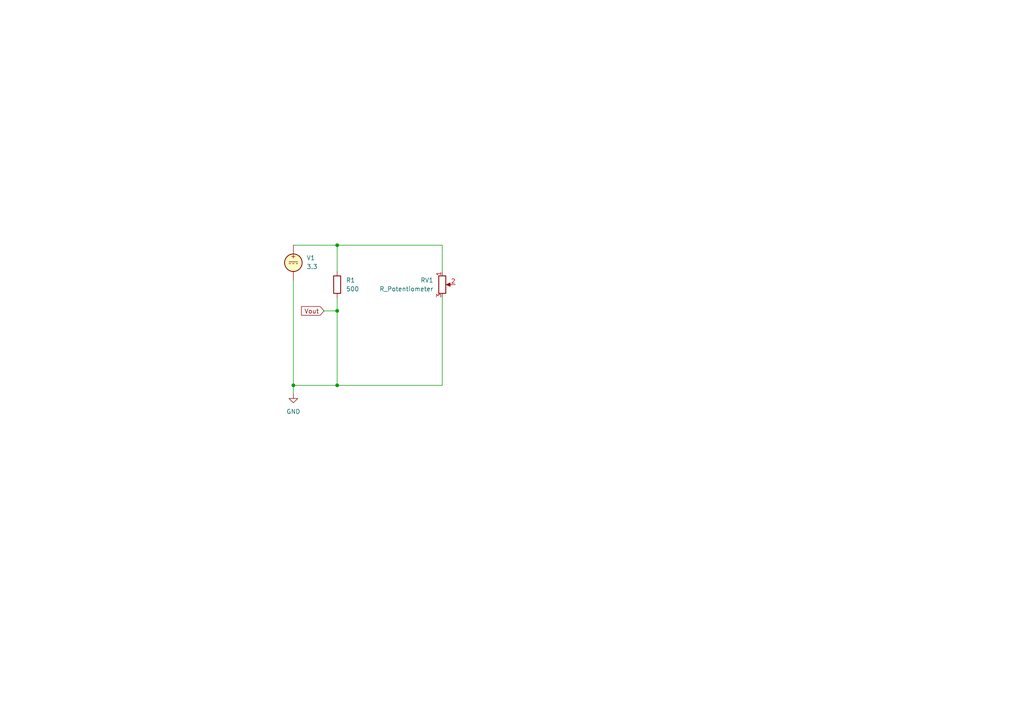
<source format=kicad_sch>
(kicad_sch (version 20231120) (generator "eeschema") (generator_version "8.0")
  (paper "A4")
  (lib_symbols
    (symbol "Device:R" (pin_numbers hide) (pin_names (offset 0))
      (property "Reference" "R" (at 2.032 0 90))
      (property "Value" "R" (at 0 0 90))
      (symbol "R_0_1"
        (rectangle (start -1.016 -2.54) (end 1.016 2.54) (stroke (width 0.254)))
      )
      (symbol "R_1_1"
        (pin passive line (at 0 3.81 270) (length 1.27) (name "~") (number "1"))
        (pin passive line (at 0 -3.81 90) (length 1.27) (name "~") (number "2"))
      )
    )
    (symbol "Device:R_Potentiometer" (pin_names (offset 1.016) hide)
      (property "Reference" "RV" (at -4.445 0 90))
      (property "Value" "R_Potentiometer" (at -2.54 0 90))
      (symbol "R_Potentiometer_0_1"
        (polyline (pts (xy 2.54 0) (xy 1.524 0)))
        (polyline (pts (xy 1.143 0) (xy 2.286 0.508) (xy 2.286 -0.508) (xy 1.143 0)) (fill (type outline)))
        (rectangle (start 1.016 2.54) (end -1.016 -2.54) (stroke (width 0.254)))
      )
      (symbol "R_Potentiometer_1_1"
        (pin passive line (at 0 3.81 270) (length 1.27) (name "1") (number "1"))
        (pin passive line (at 3.81 0 180) (length 1.27) (name "2") (number "2"))
        (pin passive line (at 0 -3.81 90) (length 1.27) (name "3") (number "3"))
      )
    )
    (symbol "Simulation_SPICE:VDC" (pin_numbers hide) (pin_names (offset 0.0254))
      (property "Reference" "V" (at 2.54 2.54 0))
      (property "Value" "1" (at 2.54 0 0))
      (symbol "VDC_0_0"
        (polyline (pts (xy -1.27 0.254) (xy 1.27 0.254)))
        (polyline (pts (xy -0.762 -0.254) (xy -1.27 -0.254)))
        (polyline (pts (xy 0.254 -0.254) (xy -0.254 -0.254)))
        (polyline (pts (xy 1.27 -0.254) (xy 0.762 -0.254)))
        (text "+" (at 0 1.905 0) (effects (font (size 1.27 1.27))))
      )
      (symbol "VDC_0_1"
        (circle (center 0 0) (radius 2.54) (stroke (width 0.254)) (fill (type background)))
      )
      (symbol "VDC_1_1"
        (pin passive line (at 0 5.08 270) (length 2.54) (name "~") (number "1"))
        (pin passive line (at 0 -5.08 90) (length 2.54) (name "~") (number "2"))
      )
    )
    (symbol "power:GND" (power) (pin_numbers hide) (pin_names (offset 0) hide)
      (property "Value" "GND" (at 0 -3.81 0))
      (symbol "GND_0_1"
        (polyline (pts (xy 0 0) (xy 0 -1.27) (xy 1.27 -1.27) (xy 0 -2.54) (xy -1.27 -1.27) (xy 0 -1.27)))
      )
      (symbol "GND_1_1"
        (pin power_in line (at 0 0 270) (length 0) (name "~") (number "1"))
      )
    )
  )
  (junction (at 97.79 71.12))
  (junction (at 97.79 111.76))
  (junction (at 85.09 111.76))
  (junction (at 97.79 90.17))
  (wire (pts (xy 97.79 90.17) (xy 97.79 111.76)))
  (wire (pts (xy 97.79 71.12) (xy 97.79 78.74)))
  (wire (pts (xy 93.98 90.17) (xy 97.79 90.17)))
  (wire (pts (xy 128.27 71.12) (xy 97.79 71.12)))
  (wire (pts (xy 85.09 71.12) (xy 97.79 71.12)))
  (wire (pts (xy 85.09 111.76) (xy 85.09 114.3)))
  (wire (pts (xy 97.79 86.36) (xy 97.79 90.17)))
  (wire (pts (xy 128.27 78.74) (xy 128.27 71.12)))
  (wire (pts (xy 128.27 86.36) (xy 128.27 111.76)))
  (wire (pts (xy 97.79 111.76) (xy 85.09 111.76)))
  (wire (pts (xy 128.27 111.76) (xy 97.79 111.76)))
  (wire (pts (xy 85.09 81.28) (xy 85.09 111.76)))
  (global_label "Vout" (shape input) (at 93.98 90.17 180) (property "Intersheetrefs" "${INTERSHEET_REFS}" (effects (hide yes))))
  (symbol (lib_id "Device:R_Potentiometer") (at 128.27 82.55 0) (unit 1)
    (property "Reference" "RV1" (at 125.73 81.2799 0) (effects (justify right)))
    (property "Value" "R_Potentiometer" (at 125.73 83.8199 0) (effects (justify right)))
    (property "Description" "Potentiometer" (effects (hide yes)))
  )
  (symbol (lib_id "power:GND") (at 85.09 114.3 0) (unit 1)
    (property "Reference" "#PWR01" (effects (hide yes)))
    (property "Value" "GND" (at 85.09 119.38 0))
    (property "Description" "Power symbol creates a global label with name \"GND\" , ground" (effects (hide yes)))
  )
  (symbol (lib_id "Device:R") (at 97.79 82.55 0) (unit 1)
    (property "Reference" "R1" (at 100.33 81.2799 0) (effects (justify left)))
    (property "Value" "500" (at 100.33 83.8199 0) (effects (justify left)))
    (property "Description" "Resistor" (effects (hide yes)))
  )
  (symbol (lib_id "Simulation_SPICE:VDC") (at 85.09 76.2 0) (unit 1)
    (property "Reference" "V1" (at 88.9 74.8001 0) (effects (justify left)))
    (property "Value" "3.3" (at 88.9 77.3401 0) (effects (justify left)))
    (property "Datasheet" "https://ngspice.sourceforge.io/docs/ngspice-html-manual/manual.xhtml#sec_Independent_Sources_for" (effects (hide yes)))
    (property "Description" "Voltage source, DC" (effects (hide yes)))
    (property "Sim.Pins" "1=+ 2=-" (effects (hide yes)))
    (property "Sim.Type" "DC" (effects (hide yes)))
    (property "Sim.Device" "V" (effects (hide yes)))
  )
)
</source>
